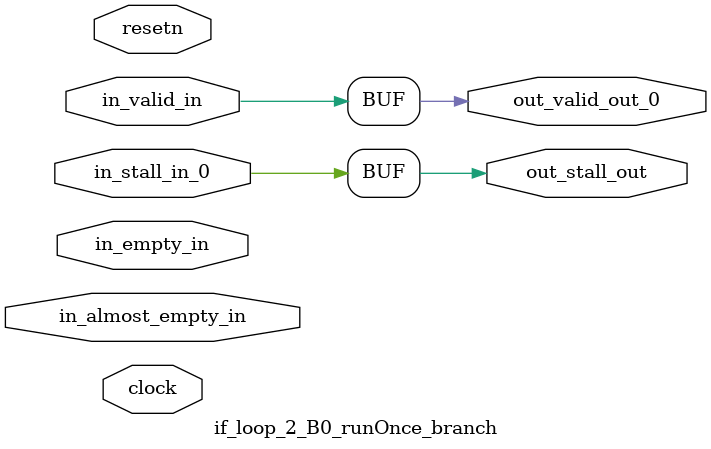
<source format=sv>



(* altera_attribute = "-name AUTO_SHIFT_REGISTER_RECOGNITION OFF; -name MESSAGE_DISABLE 10036; -name MESSAGE_DISABLE 10037; -name MESSAGE_DISABLE 14130; -name MESSAGE_DISABLE 14320; -name MESSAGE_DISABLE 15400; -name MESSAGE_DISABLE 14130; -name MESSAGE_DISABLE 10036; -name MESSAGE_DISABLE 12020; -name MESSAGE_DISABLE 12030; -name MESSAGE_DISABLE 12010; -name MESSAGE_DISABLE 12110; -name MESSAGE_DISABLE 14320; -name MESSAGE_DISABLE 13410; -name MESSAGE_DISABLE 113007; -name MESSAGE_DISABLE 10958" *)
module if_loop_2_B0_runOnce_branch (
    input wire [0:0] in_almost_empty_in,
    input wire [0:0] in_empty_in,
    input wire [0:0] in_stall_in_0,
    input wire [0:0] in_valid_in,
    output wire [0:0] out_stall_out,
    output wire [0:0] out_valid_out_0,
    input wire clock,
    input wire resetn
    );

    reg [0:0] rst_sync_rst_sclrn;


    // out_stall_out(GPOUT,6)
    assign out_stall_out = in_stall_in_0;

    // out_valid_out_0(GPOUT,7)
    assign out_valid_out_0 = in_valid_in;

    // rst_sync(RESETSYNC,8)
    acl_reset_handler #(
        .ASYNC_RESET(0),
        .USE_SYNCHRONIZER(1),
        .PULSE_EXTENSION(0),
        .PIPE_DEPTH(3),
        .DUPLICATE(1)
    ) therst_sync (
        .clk(clock),
        .i_resetn(resetn),
        .o_sclrn(rst_sync_rst_sclrn)
    );

endmodule

</source>
